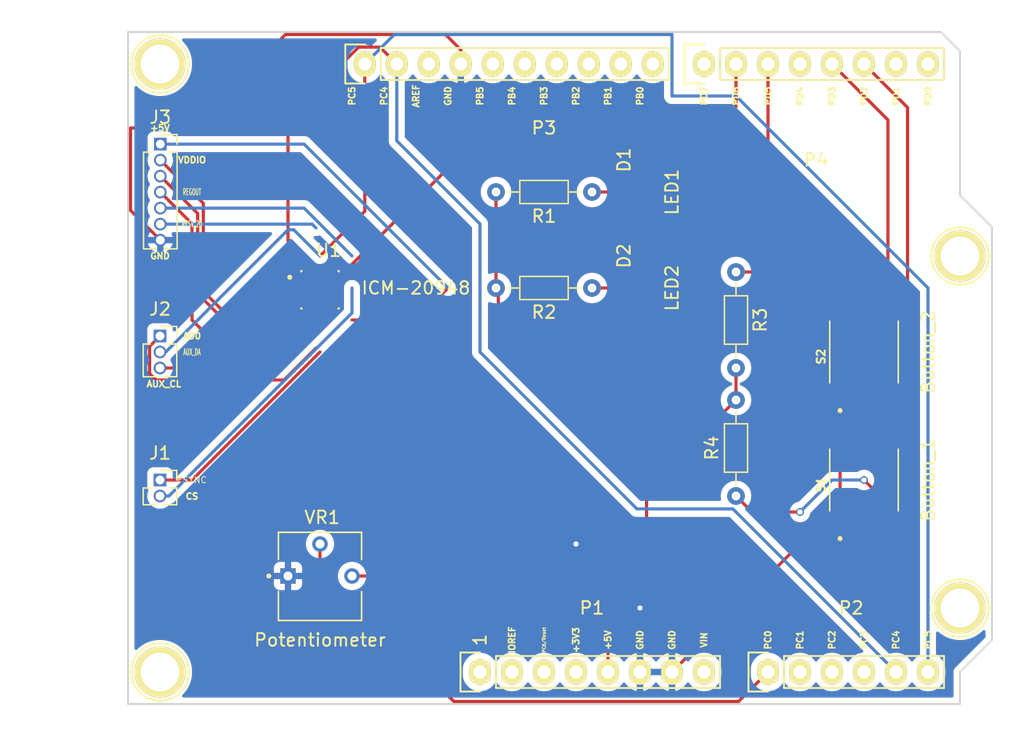
<source format=kicad_pcb>
(kicad_pcb (version 20211014) (generator pcbnew)
  (title_block (date "lun. 30 mars 2015"))
  (layers (0 "F.Cu" signal) (31 "B.Cu" signal) (34 "B.Paste" user) (35 "F.Paste" user) (36 "B.SilkS" user "B.Silkscreen") (37 "F.SilkS" user "F.Silkscreen") (38 "B.Mask" user) (39 "F.Mask" user) (44 "Edge.Cuts" user))
  (net 0 "")
  (net 1 "/IOREF")
  (net 2 "/Reset")
  (net 3 "+5V")
  (net 4 "GND")
  (net 5 "/Vin")
  (net 6 "/A0")
  (net 7 "/A1")
  (net 8 "/A2")
  (net 9 "/A3")
  (net 10 "/AREF")
  (net 11 "/A4(SDA)")
  (net 12 "/A5(SCL)")
  (net 13 "/9(**)")
  (net 14 "/8")
  (net 15 "/7")
  (net 16 "/6(**)")
  (net 17 "/5(**)")
  (net 18 "/4")
  (net 19 "/3(**)")
  (net 20 "/2")
  (net 21 "/1(Tx)")
  (net 22 "/0(Rx)")
  (net 23 "/13(SCK)")
  (net 24 "+3V3")
  (net 25 "/12(MISO)")
  (net 27 "/11(**{slash}MOSI)")
  (net 28 "/10(**{slash}SS)")
  (net 33 "Net-(D1-Pad2)")
  (net 34 "Net-(D2-Pad2)")
  (net 35 "Net-(J1-Pad1)")
  (net 36 "Net-(J1-Pad2)")
  (net 37 "Net-(J2-Pad1)")
  (net 38 "Net-(J2-Pad2)")
  (net 39 "Net-(J2-Pad3)")
  (net 40 "Net-(J3-Pad2)")
  (net 41 "Net-(J3-Pad3)")
  (net 42 "Net-(J3-Pad4)")
  (net 43 "Net-(J3-Pad5)")
  (net 44 "Net-(J3-Pad6)")
  (footprint "Socket_Arduino_Uno:Socket_Strip_Arduino_1x08" (layer "F.Cu") (at 138.938 123.825)
    (fp_text reference "P1" (at 8.89 -5.08) (layer "F.SilkS"))
    (fp_text value "Power")
    (fp_line (start 19.05 1.27) (end 19.05 -1.27) (layer "F.SilkS") (width 0.15))
    (fp_line (start 1.27 1.27) (end 19.05 1.27) (layer "F.SilkS") (width 0.15))
    (fp_line (start 19.05 -1.27) (end 1.27 -1.27) (layer "F.SilkS") (width 0.15))
    (fp_line (start 0 -1.55) (end -1.55 -1.55) (layer "F.SilkS") (width 0.15))
    (fp_line (start -1.55 -1.55) (end -1.55 1.55) (layer "F.SilkS") (width 0.15))
    (fp_line (start -1.55 1.55) (end 0 1.55) (layer "F.SilkS") (width 0.15))
    (fp_line (start 1.27 1.27) (end 1.27 -1.27) (layer "F.SilkS") (width 0.15))
    (pad "1" thru_hole oval locked (at 0 0) (size 1.7272 2.032) (drill 1.016) (layers *.Cu *.Mask "F.SilkS"))
    (pad "2" thru_hole oval locked (at 2.54 0) (size 1.7272 2.032) (drill 1.016) (layers *.Cu *.Mask "F.SilkS") (net 1 "/IOREF"))
    (pad "3" thru_hole oval locked (at 5.08 0) (size 1.7272 2.032) (drill 1.016) (layers *.Cu *.Mask "F.SilkS") (net 2 "/Reset"))
    (pad "4" thru_hole oval locked (at 7.62 0) (size 1.7272 2.032) (drill 1.016) (layers *.Cu *.Mask "F.SilkS") (net 24 "+3V3"))
    (pad "5" thru_hole oval locked (at 10.16 0) (size 1.7272 2.032) (drill 1.016) (layers *.Cu *.Mask "F.SilkS") (net 3 "+5V"))
    (pad "6" thru_hole oval locked (at 12.7 0) (size 1.7272 2.032) (drill 1.016) (layers *.Cu *.Mask "F.SilkS") (net 4 "GND"))
    (pad "7" thru_hole oval locked (at 15.24 0) (size 1.7272 2.032) (drill 1.016) (layers *.Cu *.Mask "F.SilkS") (net 4 "GND"))
    (pad "8" thru_hole oval locked (at 17.78 0) (size 1.7272 2.032) (drill 1.016) (layers *.Cu *.Mask "F.SilkS") (net 5 "/Vin"))
  )
  (footprint "Socket_Arduino_Uno:Socket_Strip_Arduino_1x06" (layer "F.Cu") (at 161.798 123.825)
    (fp_text reference "P2" (at 6.604 -5.08) (layer "F.SilkS"))
    (fp_text value "Analog")
    (fp_line (start 1.27 1.27) (end 1.27 -1.27) (layer "F.SilkS") (width 0.15))
    (fp_line (start 0 -1.55) (end -1.55 -1.55) (layer "F.SilkS") (width 0.15))
    (fp_line (start 13.97 -1.27) (end 1.27 -1.27) (layer "F.SilkS") (width 0.15))
    (fp_line (start 1.27 1.27) (end 13.97 1.27) (layer "F.SilkS") (width 0.15))
    (fp_line (start 13.97 1.27) (end 13.97 -1.27) (layer "F.SilkS") (width 0.15))
    (fp_line (start -1.55 -1.55) (end -1.55 1.55) (layer "F.SilkS") (width 0.15))
    (fp_line (start -1.55 1.55) (end 0 1.55) (layer "F.SilkS") (width 0.15))
    (pad "1" thru_hole oval locked (at 0 0) (size 1.7272 2.032) (drill 1.016) (layers *.Cu *.Mask "F.SilkS") (net 6 "/A0"))
    (pad "2" thru_hole oval locked (at 2.54 0) (size 1.7272 2.032) (drill 1.016) (layers *.Cu *.Mask "F.SilkS") (net 7 "/A1"))
    (pad "3" thru_hole oval locked (at 5.08 0) (size 1.7272 2.032) (drill 1.016) (layers *.Cu *.Mask "F.SilkS") (net 8 "/A2"))
    (pad "4" thru_hole oval locked (at 7.62 0) (size 1.7272 2.032) (drill 1.016) (layers *.Cu *.Mask "F.SilkS") (net 9 "/A3"))
    (pad "5" thru_hole oval locked (at 10.16 0) (size 1.7272 2.032) (drill 1.016) (layers *.Cu *.Mask "F.SilkS") (net 11 "/A4(SDA)"))
    (pad "6" thru_hole oval locked (at 12.7 0) (size 1.7272 2.032) (drill 1.016) (layers *.Cu *.Mask "F.SilkS") (net 12 "/A5(SCL)"))
  )
  (footprint "Socket_Arduino_Uno:Socket_Strip_Arduino_1x10" (layer "F.Cu") (at 129.794 75.565)
    (fp_text reference "P3" (at 14.224 5.08) (layer "F.SilkS"))
    (fp_text value "Digital")
    (fp_line (start -1.55 -1.55) (end -1.55 1.55) (layer "F.SilkS") (width 0.15))
    (fp_line (start 1.27 1.27) (end 24.13 1.27) (layer "F.SilkS") (width 0.15))
    (fp_line (start 24.13 1.27) (end 24.13 -1.27) (layer "F.SilkS") (width 0.15))
    (fp_line (start 24.13 -1.27) (end 1.27 -1.27) (layer "F.SilkS") (width 0.15))
    (fp_line (start 0 -1.55) (end -1.55 -1.55) (layer "F.SilkS") (width 0.15))
    (fp_line (start -1.55 1.55) (end 0 1.55) (layer "F.SilkS") (width 0.15))
    (fp_line (start 1.27 1.27) (end 1.27 -1.27) (layer "F.SilkS") (width 0.15))
    (pad "1" thru_hole oval locked (at 0 0) (size 1.7272 2.032) (drill 1.016) (layers *.Cu *.Mask "F.SilkS") (net 12 "/A5(SCL)"))
    (pad "2" thru_hole oval locked (at 2.54 0) (size 1.7272 2.032) (drill 1.016) (layers *.Cu *.Mask "F.SilkS") (net 11 "/A4(SDA)"))
    (pad "3" thru_hole oval locked (at 5.08 0) (size 1.7272 2.032) (drill 1.016) (layers *.Cu *.Mask "F.SilkS") (net 10 "/AREF"))
    (pad "4" thru_hole oval locked (at 7.62 0) (size 1.7272 2.032) (drill 1.016) (layers *.Cu *.Mask "F.SilkS") (net 4 "GND"))
    (pad "5" thru_hole oval locked (at 10.16 0) (size 1.7272 2.032) (drill 1.016) (layers *.Cu *.Mask "F.SilkS") (net 23 "/13(SCK)"))
    (pad "6" thru_hole oval locked (at 12.7 0) (size 1.7272 2.032) (drill 1.016) (layers *.Cu *.Mask "F.SilkS") (net 25 "/12(MISO)"))
    (pad "7" thru_hole oval locked (at 15.24 0) (size 1.7272 2.032) (drill 1.016) (layers *.Cu *.Mask "F.SilkS") (net 27 "/11(**{slash}MOSI)"))
    (pad "8" thru_hole oval locked (at 17.78 0) (size 1.7272 2.032) (drill 1.016) (layers *.Cu *.Mask "F.SilkS") (net 28 "/10(**{slash}SS)"))
    (pad "9" thru_hole oval locked (at 20.32 0) (size 1.7272 2.032) (drill 1.016) (layers *.Cu *.Mask "F.SilkS") (net 13 "/9(**)"))
    (pad "10" thru_hole oval locked (at 22.86 0) (size 1.7272 2.032) (drill 1.016) (layers *.Cu *.Mask "F.SilkS") (net 14 "/8"))
  )
  (footprint "Socket_Arduino_Uno:Socket_Strip_Arduino_1x08" (layer "F.Cu") (at 156.718 75.565)
    (fp_text reference "P4" (at 8.89 7.62) (layer "F.SilkS"))
    (fp_text value "Digital")
    (fp_line (start 19.05 -1.27) (end 1.27 -1.27) (layer "F.SilkS") (width 0.15))
    (fp_line (start -1.55 1.55) (end 0 1.55) (layer "F.SilkS") (width 0.15))
    (fp_line (start 1.27 1.27) (end 19.05 1.27) (layer "F.SilkS") (width 0.15))
    (fp_line (start 1.27 1.27) (end 1.27 -1.27) (layer "F.SilkS") (width 0.15))
    (fp_line (start 0 -1.55) (end -1.55 -1.55) (layer "F.SilkS") (width 0.15))
    (fp_line (start 19.05 1.27) (end 19.05 -1.27) (layer "F.SilkS") (width 0.15))
    (fp_line (start -1.55 -1.55) (end -1.55 1.55) (layer "F.SilkS") (width 0.15))
    (pad "1" thru_hole oval locked (at 0 0) (size 1.7272 2.032) (drill 1.016) (layers *.Cu *.Mask "F.SilkS") (net 15 "/7"))
    (pad "2" thru_hole oval locked (at 2.54 0) (size 1.7272 2.032) (drill 1.016) (layers *.Cu *.Mask "F.SilkS") (net 16 "/6(**)"))
    (pad "3" thru_hole oval locked (at 5.08 0) (size 1.7272 2.032) (drill 1.016) (layers *.Cu *.Mask "F.SilkS") (net 17 "/5(**)"))
    (pad "4" thru_hole oval locked (at 7.62 0) (size 1.7272 2.032) (drill 1.016) (layers *.Cu *.Mask "F.SilkS") (net 18 "/4"))
    (pad "5" thru_hole oval locked (at 10.16 0) (size 1.7272 2.032) (drill 1.016) (layers *.Cu *.Mask "F.SilkS") (net 19 "/3(**)"))
    (pad "6" thru_hole oval locked (at 12.7 0) (size 1.7272 2.032) (drill 1.016) (layers *.Cu *.Mask "F.SilkS") (net 20 "/2"))
    (pad "7" thru_hole oval locked (at 15.24 0) (size 1.7272 2.032) (drill 1.016) (layers *.Cu *.Mask "F.SilkS") (net 21 "/1(Tx)"))
    (pad "8" thru_hole oval locked (at 17.78 0) (size 1.7272 2.032) (drill 1.016) (layers *.Cu *.Mask "F.SilkS") (net 22 "/0(Rx)"))
  )
  (footprint "Socket_Arduino_Uno:Arduino_1pin" (layer "F.Cu") (at 113.538 123.825)
    (fp_text reference "P5" hide)
    (fp_text value "CONN_01X01" hide)
    (fp_circle (center 0 0) (end 0 -2.286) (layer "F.SilkS") (width 0.15) (fill none))
    (pad "1" thru_hole circle locked (at 0 0) (size 4.064 4.064) (drill 3.048) (layers *.Cu *.Mask "F.SilkS"))
  )
  (footprint "Socket_Arduino_Uno:Arduino_1pin" (layer "F.Cu") (at 177.038 118.745)
    (fp_text reference "P6" hide)
    (fp_text value "CONN_01X01" hide)
    (fp_circle (center 0 0) (end 0 -2.286) (layer "F.SilkS") (width 0.15) (fill none))
    (pad "1" thru_hole circle locked (at 0 0) (size 4.064 4.064) (drill 3.048) (layers *.Cu *.Mask "F.SilkS"))
  )
  (footprint "Socket_Arduino_Uno:Arduino_1pin" (layer "F.Cu") (at 113.538 75.565)
    (fp_text reference "P7" hide)
    (fp_text value "CONN_01X01" hide)
    (fp_circle (center 0 0) (end 0 -2.286) (layer "F.SilkS") (width 0.15) (fill none))
    (pad "1" thru_hole circle locked (at 0 0) (size 4.064 4.064) (drill 3.048) (layers *.Cu *.Mask "F.SilkS"))
  )
  (footprint "Socket_Arduino_Uno:Arduino_1pin" (layer "F.Cu") (at 177.038 90.805)
    (fp_text reference "P8" hide)
    (fp_text value "CONN_01X01" hide)
    (fp_circle (center 0 0) (end 0 -2.286) (layer "F.SilkS") (width 0.15) (fill none))
    (pad "1" thru_hole circle locked (at 0 0) (size 4.064 4.064) (drill 3.048) (layers *.Cu *.Mask "F.SilkS"))
  )
  (footprint "8-1437565-1:SW_8-1437565-1" (layer "F.Cu") (at 169.418 108.585 90)
    (fp_text reference "S1" (at -0.368 -3.4064 90) (layer "F.SilkS") (effects (font (size 0.64 0.64))))
    (fp_text value "push botton 2")
    (fp_line (start 2.45 -2.72) (end -2.45 -2.72) (layer "F.SilkS") (width 0.127))
    (fp_line (start 2.45 2.72) (end -2.45 2.72) (layer "F.SilkS") (width 0.127))
    (fp_circle (center -4.65 -1.9) (end -4.55 -1.9) (layer "F.SilkS") (width 0.2) (fill none))
    (pad "1" smd rect locked (at -3.15 -1.9 90) (size 1.7 1) (layers "F.Cu" "F.Paste" "F.Mask") (net 4 "GND"))
    (pad "2" smd rect locked (at 3.15 -1.9 90) (size 1.7 1) (layers "F.Cu" "F.Paste" "F.Mask") (net 4 "GND"))
    (pad "3" smd rect locked (at -3.15 1.9 90) (size 1.7 1) (layers "F.Cu" "F.Paste" "F.Mask") (net 20 "/2"))
    (pad "4" smd rect locked (at 3.15 1.9 90) (size 1.7 1) (layers "F.Cu" "F.Paste" "F.Mask") (net 20 "/2"))
  )
  (footprint "Resistor_THT:R_Axial_DIN0204_L3.6mm_D1.6mm_P7.62mm_Horizontal" (layer "F.Cu") (at 159.258 92.075 -90)
    (fp_text reference "R3" (at 3.81 -1.92 90) (layer "F.SilkS"))
    (fp_text value "resistor")
    (fp_line (start 0.94 0) (end 1.89 0) (layer "F.SilkS") (width 0.12))
    (fp_line (start 1.89 0.92) (end 5.73 0.92) (layer "F.SilkS") (width 0.12))
    (fp_line (start 1.89 -0.92) (end 1.89 0.92) (layer "F.SilkS") (width 0.12))
    (fp_line (start 5.73 -0.92) (end 1.89 -0.92) (layer "F.SilkS") (width 0.12))
    (fp_line (start 6.68 0) (end 5.73 0) (layer "F.SilkS") (width 0.12))
    (fp_line (start 5.73 0.92) (end 5.73 -0.92) (layer "F.SilkS") (width 0.12))
    (pad "1" thru_hole circle (at 0 0 270) (size 1.4 1.4) (drill 0.7) (layers *.Cu *.Mask) (net 19 "/3(**)"))
    (pad "2" thru_hole oval (at 7.62 0 270) (size 1.4 1.4) (drill 0.7) (layers *.Cu *.Mask) (net 3 "+5V"))
  )
  (footprint "Connector_PinSocket_1.27mm:PinSocket_1x07_P1.27mm_Vertical" (layer "F.Cu") (at 113.563 81.925)
    (fp_text reference "J3" (at 0 -2.135) (layer "F.SilkS"))
    (fp_text value "Conn_01x07_Female")
    (fp_line (start -1.33 0.635) (end -0.76 0.635) (layer "F.SilkS") (width 0.12))
    (fp_line (start 0 -0.76) (end 1.33 -0.76) (layer "F.SilkS") (width 0.12))
    (fp_line (start 1.33 0.635) (end 1.33 8.315) (layer "F.SilkS") (width 0.12))
    (fp_line (start -1.33 0.635) (end -1.33 8.315) (layer "F.SilkS") (width 0.12))
    (fp_line (start 0.30753 8.315) (end 1.33 8.315) (layer "F.SilkS") (width 0.12))
    (fp_line (start -1.33 8.315) (end -0.30753 8.315) (layer "F.SilkS") (width 0.12))
    (fp_line (start 1.33 -0.76) (end 1.33 0) (layer "F.SilkS") (width 0.12))
    (fp_line (start 0.76 0.635) (end 1.33 0.635) (layer "F.SilkS") (width 0.12))
    (pad "1" thru_hole rect (at 0 0) (size 1 1) (drill 0.7) (layers *.Cu *.Mask) (net 3 "+5V"))
    (pad "2" thru_hole oval (at 0 1.27) (size 1 1) (drill 0.7) (layers *.Cu *.Mask) (net 40 "Net-(J3-Pad2)"))
    (pad "3" thru_hole oval (at 0 2.54) (size 1 1) (drill 0.7) (layers *.Cu *.Mask) (net 41 "Net-(J3-Pad3)"))
    (pad "4" thru_hole oval (at 0 3.81) (size 1 1) (drill 0.7) (layers *.Cu *.Mask) (net 42 "Net-(J3-Pad4)"))
    (pad "5" thru_hole oval (at 0 5.08) (size 1 1) (drill 0.7) (layers *.Cu *.Mask) (net 43 "Net-(J3-Pad5)"))
    (pad "6" thru_hole oval (at 0 6.35) (size 1 1) (drill 0.7) (layers *.Cu *.Mask) (net 44 "Net-(J3-Pad6)"))
    (pad "7" thru_hole oval (at 0 7.62) (size 1 1) (drill 0.7) (layers *.Cu *.Mask) (net 4 "GND"))
  )
  (footprint "LTST-C191EKT:0603" (layer "F.Cu") (at 151.638 93.345 90)
    (fp_text reference "D2" (at 2.545158 -1.272582 90) (layer "F.SilkS") (effects (font (size 1.002031 1.002031))))
    (fp_text value "LTST-C191EKT")
    (pad "1" smd rect locked (at -0.85 0 90) (size 1.1 1) (layers "F.Cu" "F.Paste" "F.Mask") (net 17 "/5(**)"))
    (pad "2" smd rect locked (at 0.85 0 90) (size 1.1 1) (layers "F.Cu" "F.Paste" "F.Mask") (net 34 "Net-(D2-Pad2)"))
  )
  (footprint "3362P-1-103LF:TRIM_3362P-1-103LF" (layer "F.Cu") (at 126.238 116.205)
    (fp_text reference "VR1" (at 0.17547 -4.64779) (layer "F.SilkS") (effects (font (size 1.002756 1.002756))))
    (fp_text value "Potentiometer ")
    (fp_line (start 3.3 1.235) (end 3.3 3.52) (layer "F.SilkS") (width 0.127))
    (fp_line (start 3.3 3.53) (end -3.3 3.53) (layer "F.SilkS") (width 0.127))
    (fp_line (start 3.3 -3.47) (end 3.3 -1.305) (layer "F.SilkS") (width 0.127))
    (fp_line (start -3.3 3.52) (end -3.3 1.235) (layer "F.SilkS") (width 0.127))
    (fp_line (start -3.3 -3.47) (end 3.3 -3.47) (layer "F.SilkS") (width 0.127))
    (fp_line (start -3.3 -1.305) (end -3.3 -3.47) (layer "F.SilkS") (width 0.127))
    (fp_circle (center -4.064 0) (end -3.964 0) (layer "F.SilkS") (width 0.2) (fill none))
    (pad "1" thru_hole rect locked (at -2.54 0) (size 1.222 1.222) (drill 0.714) (layers *.Cu *.Mask) (net 4 "GND"))
    (pad "2" thru_hole circle locked (at 0 -2.54) (size 1.222 1.222) (drill 0.714) (layers *.Cu *.Mask) (net 6 "/A0"))
    (pad "3" thru_hole circle locked (at 2.54 0) (size 1.222 1.222) (drill 0.714) (layers *.Cu *.Mask) (net 3 "+5V"))
  )
  (footprint "Resistor_THT:R_Axial_DIN0204_L3.6mm_D1.6mm_P7.62mm_Horizontal" (layer "F.Cu") (at 147.828 85.725 180)
    (fp_text reference "R1" (at 3.81 -1.92) (layer "F.SilkS"))
    (fp_text value "resistor")
    (fp_line (start 1.89 -0.92) (end 1.89 0.92) (layer "F.SilkS") (width 0.12))
    (fp_line (start 5.73 0.92) (end 5.73 -0.92) (layer "F.SilkS") (width 0.12))
    (fp_line (start 6.68 0) (end 5.73 0) (layer "F.SilkS") (width 0.12))
    (fp_line (start 1.89 0.92) (end 5.73 0.92) (layer "F.SilkS") (width 0.12))
    (fp_line (start 5.73 -0.92) (end 1.89 -0.92) (layer "F.SilkS") (width 0.12))
    (fp_line (start 0.94 0) (end 1.89 0) (layer "F.SilkS") (width 0.12))
    (pad "1" thru_hole circle (at 0 0 180) (size 1.4 1.4) (drill 0.7) (layers *.Cu *.Mask) (net 33 "Net-(D1-Pad2)"))
    (pad "2" thru_hole oval (at 7.62 0 180) (size 1.4 1.4) (drill 0.7) (layers *.Cu *.Mask) (net 3 "+5V"))
  )
  (footprint "Connector_PinSocket_1.27mm:PinSocket_1x03_P1.27mm_Vertical" (layer "F.Cu") (at 113.538 97.155)
    (fp_text reference "J2" (at 0 -2.135) (layer "F.SilkS"))
    (fp_text value "Conn_01x03_Female")
    (fp_line (start 1.33 -0.76) (end 1.33 0) (layer "F.SilkS") (width 0.12))
    (fp_line (start 1.33 0.635) (end 1.33 3.235) (layer "F.SilkS") (width 0.12))
    (fp_line (start 0.76 0.635) (end 1.33 0.635) (layer "F.SilkS") (width 0.12))
    (fp_line (start -1.33 3.235) (end -0.30753 3.235) (layer "F.SilkS") (width 0.12))
    (fp_line (start -1.33 0.635) (end -0.76 0.635) (layer "F.SilkS") (width 0.12))
    (fp_line (start -1.33 0.635) (end -1.33 3.235) (layer "F.SilkS") (width 0.12))
    (fp_line (start 0.30753 3.235) (end 1.33 3.235) (layer "F.SilkS") (width 0.12))
    (fp_line (start 0 -0.76) (end 1.33 -0.76) (layer "F.SilkS") (width 0.12))
    (pad "1" thru_hole rect (at 0 0) (size 1 1) (drill 0.7) (layers *.Cu *.Mask) (net 37 "Net-(J2-Pad1)"))
    (pad "2" thru_hole oval (at 0 1.27) (size 1 1) (drill 0.7) (layers *.Cu *.Mask) (net 38 "Net-(J2-Pad2)"))
    (pad "3" thru_hole oval (at 0 2.54) (size 1 1) (drill 0.7) (layers *.Cu *.Mask) (net 39 "Net-(J2-Pad3)"))
  )
  (footprint "Resistor_THT:R_Axial_DIN0204_L3.6mm_D1.6mm_P7.62mm_Horizontal" (layer "F.Cu") (at 147.828 93.345 180)
    (fp_text reference "R2" (at 3.81 -1.92) (layer "F.SilkS"))
    (fp_text value "resistor")
    (fp_line (start 1.89 -0.92) (end 1.89 0.92) (layer "F.SilkS") (width 0.12))
    (fp_line (start 1.89 0.92) (end 5.73 0.92) (layer "F.SilkS") (width 0.12))
    (fp_line (start 5.73 -0.92) (end 1.89 -0.92) (layer "F.SilkS") (width 0.12))
    (fp_line (start 5.73 0.92) (end 5.73 -0.92) (layer "F.SilkS") (width 0.12))
    (fp_line (start 6.68 0) (end 5.73 0) (layer "F.SilkS") (width 0.12))
    (fp_line (start 0.94 0) (end 1.89 0) (layer "F.SilkS") (width 0.12))
    (pad "1" thru_hole circle (at 0 0 180) (size 1.4 1.4) (drill 0.7) (layers *.Cu *.Mask) (net 34 "Net-(D2-Pad2)"))
    (pad "2" thru_hole oval (at 7.62 0 180) (size 1.4 1.4) (drill 0.7) (layers *.Cu *.Mask) (net 3 "+5V"))
  )
  (footprint "LTST-C191EKT:0603" (layer "F.Cu") (at 151.638 85.725 90)
    (fp_text reference "D1" (at 2.545158 -1.272582 90) (layer "F.SilkS") (effects (font (size 1.002031 1.002031))))
    (fp_text value "LTST-C191EKT")
    (pad "1" smd rect locked (at -0.85 0 90) (size 1.1 1) (layers "F.Cu" "F.Paste" "F.Mask") (net 16 "/6(**)"))
    (pad "2" smd rect locked (at 0.85 0 90) (size 1.1 1) (layers "F.Cu" "F.Paste" "F.Mask") (net 33 "Net-(D1-Pad2)"))
  )
  (footprint "ICM-20948:QFN40P300X300X105-24N" (layer "F.Cu") (at 126.238 93.49)
    (fp_text reference "U1" (at 0.675 -3.135) (layer "F.SilkS"))
    (fp_text value "ICM-20948")
    (fp_line (start 1.43 1.5) (end 1.5 1.5) (layer "F.SilkS") (width 0.127))
    (fp_line (start 1.5 -1.43) (end 1.5 -1.5) (layer "F.SilkS") (width 0.127))
    (fp_line (start -1.43 -1.5) (end -1.5 -1.5) (layer "F.SilkS") (width 0.127))
    (fp_line (start 1.5 -1.5) (end 1.43 -1.5) (layer "F.SilkS") (width 0.127))
    (fp_line (start -1.5 -1.5) (end -1.5 -1.43) (layer "F.SilkS") (width 0.127))
    (fp_line (start -1.5 1.5) (end -1.43 1.5) (layer "F.SilkS") (width 0.127))
    (fp_line (start 1.5 1.5) (end 1.5 1.43) (layer "F.SilkS") (width 0.127))
    (fp_line (start -1.5 1.43) (end -1.5 1.5) (layer "F.SilkS") (width 0.127))
    (fp_circle (center -2.4 -1) (end -2.3 -1) (layer "F.SilkS") (width 0.2) (fill none))
    (pad "1" smd roundrect locked (at -1.545 -1) (size 0.64 0.22) (layers "F.Cu" "F.Paste" "F.Mask") (roundrect_rratio 0.03))
    (pad "2" smd roundrect locked (at -1.545 -0.6) (size 0.64 0.22) (layers "F.Cu" "F.Paste" "F.Mask") (roundrect_rratio 0.03))
    (pad "3" smd roundrect locked (at -1.545 -0.2) (size 0.64 0.22) (layers "F.Cu" "F.Paste" "F.Mask") (roundrect_rratio 0.03))
    (pad "4" smd roundrect locked (at -1.545 0.2) (size 0.64 0.22) (layers "F.Cu" "F.Paste" "F.Mask") (roundrect_rratio 0.03))
    (pad "5" smd roundrect locked (at -1.545 0.6) (size 0.64 0.22) (layers "F.Cu" "F.Paste" "F.Mask") (roundrect_rratio 0.03))
    (pad "6" smd roundrect locked (at -1.545 1) (size 0.64 0.22) (layers "F.Cu" "F.Paste" "F.Mask") (roundrect_rratio 0.03))
    (pad "7" smd roundrect locked (at -1 1.545 90) (size 0.64 0.22) (layers "F.Cu" "F.Paste" "F.Mask") (roundrect_rratio 0.03) (net 39 "Net-(J2-Pad3)"))
    (pad "8" smd roundrect locked (at -0.6 1.545 90) (size 0.64 0.22) (layers "F.Cu" "F.Paste" "F.Mask") (roundrect_rratio 0.03) (net 40 "Net-(J3-Pad2)"))
    (pad "9" smd roundrect locked (at -0.2 1.545 90) (size 0.64 0.22) (layers "F.Cu" "F.Paste" "F.Mask") (roundrect_rratio 0.03) (net 37 "Net-(J2-Pad1)"))
    (pad "10" smd roundrect locked (at 0.2 1.545 90) (size 0.64 0.22) (layers "F.Cu" "F.Paste" "F.Mask") (roundrect_rratio 0.03) (net 42 "Net-(J3-Pad4)"))
    (pad "11" smd roundrect locked (at 0.6 1.545 90) (size 0.64 0.22) (layers "F.Cu" "F.Paste" "F.Mask") (roundrect_rratio 0.03) (net 35 "Net-(J1-Pad1)"))
    (pad "12" smd roundrect locked (at 1 1.545 90) (size 0.64 0.22) (layers "F.Cu" "F.Paste" "F.Mask") (roundrect_rratio 0.03) (net 41 "Net-(J3-Pad3)"))
    (pad "13" smd roundrect locked (at 1.545 1 180) (size 0.64 0.22) (layers "F.Cu" "F.Paste" "F.Mask") (roundrect_rratio 0.03) (net 3 "+5V"))
    (pad "14" smd roundrect locked (at 1.545 0.6 180) (size 0.64 0.22) (layers "F.Cu" "F.Paste" "F.Mask") (roundrect_rratio 0.03))
    (pad "15" smd roundrect locked (at 1.545 0.2 180) (size 0.64 0.22) (layers "F.Cu" "F.Paste" "F.Mask") (roundrect_rratio 0.03))
    (pad "16" smd roundrect locked (at 1.545 -0.2 180) (size 0.64 0.22) (layers "F.Cu" "F.Paste" "F.Mask") (roundrect_rratio 0.03))
    (pad "17" smd roundrect locked (at 1.545 -0.6 180) (size 0.64 0.22) (layers "F.Cu" "F.Paste" "F.Mask") (roundrect_rratio 0.03))
    (pad "18" smd roundrect locked (at 1.545 -1 180) (size 0.64 0.22) (layers "F.Cu" "F.Paste" "F.Mask") (roundrect_rratio 0.03) (net 4 "GND"))
    (pad "19" smd roundrect locked (at 1 -1.545 270) (size 0.64 0.22) (layers "F.Cu" "F.Paste" "F.Mask") (roundrect_rratio 0.03) (net 43 "Net-(J3-Pad5)"))
    (pad "20" smd roundrect locked (at 0.6 -1.545 270) (size 0.64 0.22) (layers "F.Cu" "F.Paste" "F.Mask") (roundrect_rratio 0.03) (net 44 "Net-(J3-Pad6)"))
    (pad "21" smd roundrect locked (at 0.2 -1.545 270) (size 0.64 0.22) (layers "F.Cu" "F.Paste" "F.Mask") (roundrect_rratio 0.03) (net 38 "Net-(J2-Pad2)"))
    (pad "22" smd roundrect locked (at -0.2 -1.545 270) (size 0.64 0.22) (layers "F.Cu" "F.Paste" "F.Mask") (roundrect_rratio 0.03) (net 36 "Net-(J1-Pad2)"))
    (pad "23" smd roundrect locked (at -0.6 -1.545 270) (size 0.64 0.22) (layers "F.Cu" "F.Paste" "F.Mask") (roundrect_rratio 0.03) (net 12 "/A5(SCL)"))
    (pad "24" smd roundrect locked (at -1 -1.545 270) (size 0.64 0.22) (layers "F.Cu" "F.Paste" "F.Mask") (roundrect_rratio 0.03) (net 11 "/A4(SDA)"))
  )
  (footprint "Resistor_THT:R_Axial_DIN0204_L3.6mm_D1.6mm_P7.62mm_Horizontal" (layer "F.Cu") (at 159.258 109.855 90)
    (fp_text reference "R4" (at 3.81 -1.92 90) (layer "F.SilkS"))
    (fp_text value "resistor")
    (fp_line (start 0.94 0) (end 1.89 0) (layer "F.SilkS") (width 0.12))
    (fp_line (start 1.89 0.92) (end 5.73 0.92) (layer "F.SilkS") (width 0.12))
    (fp_line (start 1.89 -0.92) (end 1.89 0.92) (layer "F.SilkS") (width 0.12))
    (fp_line (start 6.68 0) (end 5.73 0) (layer "F.SilkS") (width 0.12))
    (fp_line (start 5.73 0.92) (end 5.73 -0.92) (layer "F.SilkS") (width 0.12))
    (fp_line (start 5.73 -0.92) (end 1.89 -0.92) (layer "F.SilkS") (width 0.12))
    (pad "1" thru_hole circle (at 0 0 90) (size 1.4 1.4) (drill 0.7) (layers *.Cu *.Mask) (net 20 "/2"))
    (pad "2" thru_hole oval (at 7.62 0 90) (size 1.4 1.4) (drill 0.7) (layers *.Cu *.Mask) (net 3 "+5V"))
  )
  (footprint "Connector_PinSocket_1.27mm:PinSocket_1x02_P1.27mm_Vertical" (layer "F.Cu") (at 113.538 108.585)
    (fp_text reference "J1" (at 0 -2.135) (layer "F.SilkS"))
    (fp_text value "Conn_01x02_Female")
    (fp_line (start 1.33 -0.76) (end 1.33 0) (layer "F.SilkS") (width 0.12))
    (fp_line (start -1.33 1.965) (end -0.30753 1.965) (layer "F.SilkS") (width 0.12))
    (fp_line (start 1.33 0.635) (end 1.33 1.965) (layer "F.SilkS") (width 0.12))
    (fp_line (start 0 -0.76) (end 1.33 -0.76) (layer "F.SilkS") (width 0.12))
    (fp_line (start 0.76 0.635) (end 1.33 0.635) (layer "F.SilkS") (width 0.12))
    (fp_line (start -1.33 0.635) (end -0.76 0.635) (layer "F.SilkS") (width 0.12))
    (fp_line (start 0.30753 1.965) (end 1.33 1.965) (layer "F.SilkS") (width 0.12))
    (fp_line (start -1.33 0.635) (end -1.33 1.965) (layer "F.SilkS") (width 0.12))
    (pad "1" thru_hole rect (at 0 0) (size 1 1) (drill 0.7) (layers *.Cu *.Mask) (net 35 "Net-(J1-Pad1)"))
    (pad "2" thru_hole oval (at 0 1.27) (size 1 1) (drill 0.7) (layers *.Cu *.Mask) (net 36 "Net-(J1-Pad2)"))
  )
  (footprint "8-1437565-1:SW_8-1437565-1" (layer "F.Cu") (at 169.418 98.425 90)
    (fp_text reference "S2" (at -0.368 -3.4064 90) (layer "F.SilkS") (effects (font (size 0.64 0.64))))
    (fp_text value "push button 1")
    (fp_line (start 2.45 2.72) (end -2.45 2.72) (layer "F.SilkS") (width 0.127))
    (fp_line (start 2.45 -2.72) (end -2.45 -2.72) (layer "F.SilkS") (width 0.127))
    (fp_circle (center -4.65 -1.9) (end -4.55 -1.9) (layer "F.SilkS") (width 0.2) (fill none))
    (pad "1" smd rect locked (at -3.15 -1.9 90) (size 1.7 1) (layers "F.Cu" "F.Paste" "F.Mask") (net 4 "GND"))
    (pad "2" smd rect locked (at 3.15 -1.9 90) (size 1.7 1) (layers "F.Cu" "F.Paste" "F.Mask") (net 4 "GND"))
    (pad "3" smd rect locked (at -3.15 1.9 90) (size 1.7 1) (layers "F.Cu" "F.Paste" "F.Mask") (net 19 "/3(**)"))
    (pad "4" smd rect locked (at 3.15 1.9 90) (size 1.7 1) (layers "F.Cu" "F.Paste" "F.Mask") (net 19 "/3(**)"))
  )
  (gr_line (start 179.578 88.519) (end 177.038 85.979) (layer "Edge.Cuts") (width 0.15))
  (gr_line (start 177.038 126.365) (end 177.038 123.825) (layer "Edge.Cuts") (width 0.15))
  (gr_line (start 177.038 74.549) (end 175.514 73.025) (layer "Edge.Cuts") (width 0.15))
  (gr_line (start 177.038 123.825) (end 179.578 121.285) (layer "Edge.Cuts") (width 0.15))
  (gr_line (start 110.998 73.025) (end 110.998 126.365) (layer "Edge.Cuts") (width 0.15))
  (gr_line (start 179.578 121.285) (end 179.578 88.519) (layer "Edge.Cuts") (width 0.15))
  (gr_line (start 110.998 126.365) (end 177.038 126.365) (layer "Edge.Cuts") (width 0.15))
  (gr_line (start 175.514 73.025) (end 110.998 73.025) (layer "Edge.Cuts") (width 0.15))
  (gr_line (start 177.038 85.979) (end 177.038 74.549) (layer "Edge.Cuts") (width 0.15))
  (gr_text "Button_2\n" (at 174.498 98.425 90) (layer "F.SilkS") (effects (font (size 1 1))))
  (gr_text "CS\n" (at 116.078 109.885) (layer "F.SilkS") (effects (font (size 0.5 0.5) (thickness 0.125))))
  (gr_text "PB4" (at 141.478 78.105 90) (layer "F.SilkS") (effects (font (size 0.5 0.5) (thickness 0.125))))
  (gr_text "PD7" (at 156.718 78.105 90) (layer "F.SilkS") (effects (font (size 0.5 0.5) (thickness 0.125))))
  (gr_text "+3V3" (at 146.558 121.285 90) (layer "F.SilkS") (effects (font (size 0.5 0.5) (thickness 0.125))))
  (gr_text "PB5" (at 138.938 78.105 90) (layer "F.SilkS") (effects (font (size 0.5 0.5) (thickness 0.125))))
  (gr_text "IOREF" (at 141.478 121.285 90) (layer "F.SilkS") (effects (font (size 0.5 0.5) (thickness 0.125))))
  (gr_text "AUX_CL\n" (at 113.84553 100.965) (layer "F.SilkS") (effects (font (size 0.5 0.5) (thickness 0.125))))
  (gr_text "+5V" (at 113.538 80.645) (layer "F.SilkS") (effects (font (size 0.5 0.5) (thickness 0.125))))
  (gr_text "PC5" (at 174.498 121.285 90) (layer "F.SilkS") (effects (font (size 0.5 0.5) (thickness 0.125))))
  (gr_text "AREF" (at 133.858 78.105 90) (layer "F.SilkS") (effects (font (size 0.5 0.5) (thickness 0.125))))
  (gr_text "PB2" (at 146.558 78.105 90) (layer "F.SilkS") (effects (font (size 0.5 0.5) (thickness 0.125))))
  (gr_text "Button_1" (at 174.498 108.585 -270) (layer "F.SilkS") (effects (font (size 1 1))))
  (gr_text "PC6/Reset" (at 144.018 121.285 90) (layer "F.SilkS") (effects (font (size 0.25 0.25) (thickness 0.0625))))
  (gr_text "PD0" (at 174.498 78.105 90) (layer "F.SilkS") (effects (font (size 0.5 0.5) (thickness 0.125))))
  (gr_text "PD5" (at 161.798 78.105 90) (layer "F.SilkS") (effects (font (size 0.5 0.5) (thickness 0.125))))
  (gr_text "AUX_DA\n" (at 116.078 98.425) (layer "F.SilkS") (effects (font (size 0.5 0.25) (thickness 0.0625))))
  (gr_text "PC2" (at 166.878 121.285 90) (layer "F.SilkS") (effects (font (size 0.5 0.5) (thickness 0.125))))
  (gr_text "GND" (at 154.178 121.285 90) (layer "F.SilkS") (effects (font (size 0.5 0.5) (thickness 0.125))))
  (gr_text "PD1" (at 171.958 78.105 90) (layer "F.SilkS") (effects (font (size 0.5 0.5) (thickness 0.125))))
  (gr_text "GND" (at 136.398 78.105 90) (layer "F.SilkS") (effects (font (size 0.5 0.5) (thickness 0.125))))
  (gr_text "VIN" (at 156.718 121.285 90) (layer "F.SilkS") (effects (font (size 0.5 0.5) (thickness 0.125))))
  (gr_text "PD4" (at 164.338 78.105 90) (layer "F.SilkS") (effects (font (size 0.5 0.5) (thickness 0.125))))
  (gr_text "PB1" (at 149.098 78.105 90) (layer "F.SilkS") (effects (font (size 0.5 0.5) (thickness 0.125))))
  (gr_text "LED2\n" (at 154.178 93.345 90) (layer "F.SilkS") (effects (font (size 1 1))))
  (gr_text "Potentiometer" (at 126.238 121.285) (layer "F.SilkS") (effects (font (size 1 1))))
  (gr_text "GND\n" (at 113.538 90.805) (layer "F.SilkS") (effects (font (size 0.5 0.5) (thickness 0.125))))
  (gr_text "PD3" (at 166.878 78.105 90) (layer "F.SilkS") (effects (font (size 0.5 0.5) (thickness 0.125))))
  (gr_text "PD6" (at 159.258 78.105 90) (layer "F.SilkS") (effects (font (size 0.5 0.5) (thickness 0.125))))
  (gr_text "PC4" (at 171.958 121.285 90) (layer "F.SilkS") (effects (font (size 0.5 0.5) (thickness 0.125))))
  (gr_text "FSYNC" (at 116.078 108.585) (layer "F.SilkS") (effects (font (size 0.5 0.5) (thickness 0.0625))))
  (gr_text "PC0" (at 161.798 121.285 90) (layer "F.SilkS") (effects (font (size 0.5 0.5) (thickness 0.125))))
  (gr_text "GND" (at 151.638 121.285 90) (layer "F.SilkS") (effects (font (size 0.5 0.5) (thickness 0.125))))
  (gr_text "PC3" (at 169.418 121.285 90) (layer "F.SilkS") (effects (font (size 0.5 0.5) (thickness 0.125))))
  (gr_text "REGOUT" (at 116.078 85.725) (layer "F.SilkS") (effects (font (size 0.5 0.25) (thickness 0.0625))))
  (gr_text "VDDIO\n" (at 116.078 83.185) (layer "F.SilkS") (effects (font (size 0.5 0.5) (thickness 0.125))))
  (gr_text "AD0\n" (at 116.078 97.155) (layer "F.SilkS") (effects (font (size 0.5 0.5) (thickness 0.125))))
  (gr_text "PC5" (at 128.778 78.105 90) (layer "F.SilkS") (effects (font (size 0.5 0.5) (thickness 0.125))))
  (gr_text "RESV_20\n" (at 116.078 88.265) (layer "F.SilkS") (effects (font (size 0.5 0.25) (thickness 0.0625))))
  (gr_text "PC4" (at 131.318 78.105 90) (layer "F.SilkS") (effects (font (size 0.5 0.5) (thickness 0.125))))
  (gr_text "1" (at 138.938 121.285 90) (layer "F.SilkS") (effects (font (size 1 1))))
  (gr_text "PD2" (at 169.418 78.105 90) (layer "F.SilkS") (effects (font (size 0.5 0.5) (thickness 0.125))))
  (gr_text "PC1" (at 164.338 121.285 90) (layer "F.SilkS") (effects (font (size 0.5 0.5) (thickness 0.125))))
  (gr_text "PB0" (at 151.638 78.105 90) (layer "F.SilkS") (effects (font (size 0.5 0.5) (thickness 0.125))))
  (gr_text "ICM-20948" (at 133.858 93.345) (layer "F.SilkS") (effects (font (size 1 1))))
  (gr_text "+5V" (at 149.098 121.285 90) (layer "F.SilkS") (effects (font (size 0.5 0.5) (thickness 0.125))))
  (gr_text "PB3" (at 144.018 78.105 90) (layer "F.SilkS") (effects (font (size 0.5 0.5) (thickness 0.125))))
  (gr_text "LED1\n" (at 154.178 85.725 90) (layer "F.SilkS") (effects (font (size 1 1))))
  (segment (start 152.1605 109.3325) (end 152.1605 114.1875) (width 0.25) (layer "F.Cu") (net 3))
  (segment (start 128.778 116.205) (end 149.098 116.205) (width 0.25) (layer "F.Cu") (net 3))
  (segment (start 149.098 117.25) (end 149.098 123.825) (width 0.25) (layer "F.Cu") (net 3))
  (segment (start 159.258 102.235) (end 152.273 109.22) (width 0.25) (layer "F.Cu") (net 3))
  (segment (start 152.1605 114.1875) (end 149.098 117.25) (width 0.25) (layer "F.Cu") (net 3))
  (segment (start 152.1605 114.1875) (end 133.858 95.885) (width 0.25) (layer "F.Cu") (net 3))
  (segment (start 149.098 116.205) (end 149.098 117.25) (width 0.25) (layer "F.Cu") (net 3))
  (segment (start 140.394197 97.341197) (end 140.394197 93.79452) (width 0.25) (layer "F.Cu") (net 3))
  (segment (start 133.858 95.885) (end 128.778 95.885) (width 0.25) (layer "F.Cu") (net 3))
  (segment (start 133.858 95.885) (end 136.398 93.345) (width 0.25) (layer "F.Cu") (net 3))
  (segment (start 152.273 109.22) (end 140.394197 97.341197) (width 0.25) (layer "F.Cu") (net 3))
  (segment (start 140.208 85.725) (end 140.208 93.345) (width 0.25) (layer "F.Cu") (net 3))
  (segment (start 140.394197 93.79452) (end 140.525859 93.662858) (width 0.25) (layer "F.Cu") (net 3))
  (segment (start 152.273 109.22) (end 152.1605 109.3325) (width 0.25) (layer "F.Cu") (net 3))
  (segment (start 159.258 99.695) (end 159.258 102.235) (width 0.25) (layer "F.Cu") (net 3))
  (segment (start 113.563 81.925) (end 124.978 81.925) (width 0.25) (layer "B.Cu") (net 3))
  (segment (start 124.978 81.925) (end 136.398 93.345) (width 0.25) (layer "B.Cu") (net 3))
  (segment (start 113.563 89.545) (end 111.19752 87.17952) (width 0.25) (layer "F.Cu") (net 4))
  (segment (start 133.858 111.125) (end 144.018 111.125) (width 0.25) (layer "F.Cu") (net 4))
  (segment (start 123.698 116.205) (end 123.698 111.125) (width 0.25) (layer "F.Cu") (net 4))
  (segment (start 137.414 75.565) (end 137.414 82.82448) (width 0.25) (layer "F.Cu") (net 4))
  (segment (start 167.518 101.575) (end 167.518 105.435) (width 0.25) (layer "F.Cu") (net 4))
  (segment (start 123.49848 73.22452) (end 136.19848 73.22452) (width 0.25) (layer "F.Cu") (net 4))
  (segment (start 167.518 105.435) (end 167.518 111.735) (width 0.25) (layer "F.Cu") (net 4))
  (segment (start 111.19752 80.645) (end 116.078 80.645) (width 0.25) (layer "F.Cu") (net 4))
  (segment (start 167.518 111.735) (end 166.268 111.735) (width 0.25) (layer "F.Cu") (net 4))
  (segment (start 166.268 111.735) (end 154.178 123.825) (width 0.25) (layer "F.Cu") (net 4))
  (segment (start 123.698 111.125) (end 133.858 111.125) (width 0.25) (layer "F.Cu") (net 4))
  (segment (start 116.078 80.645) (end 123.49848 73.22452) (width 0.25) (layer "F.Cu") (net 4))
  (segment (start 144.018 111.125) (end 146.558 113.665) (width 0.25) (layer "F.Cu") (net 4))
  (segment (start 167.518 95.275) (end 167.518 101.575) (width 0.25) (layer "F.Cu") (net 4))
  (segment (start 137.414 82.82448) (end 127.783 92.45548) (width 0.25) (layer "F.Cu") (net 4))
  (segment (start 151.638 123.825) (end 151.638 118.745) (width 0.25) (layer "F.Cu") (net 4))
  (segment (start 136.19848 73.22452) (end 137.414 74.44004) (width 0.25) (layer "F.Cu") (net 4))
  (segment (start 111.19752 87.17952) (end 111.19752 80.645) (width 0.25) (layer "F.Cu") (net 4))
  (segment (start 137.414 74.44004) (end 137.414 75.565) (width 0.25) (layer "F.Cu") (net 4))
  (via (at 146.558 113.665) (size 0.6) (drill 0.4) (layers "F.Cu" "B.Cu") (net 4))
  (via (at 151.638 118.745) (size 0.6) (drill 0.4) (layers "F.Cu" "B.Cu") (net 4))
  (via (at 146.558 113.665) (size 0.6) (drill 0.4) (layers "F.Cu" "B.Cu") (net 4))
  (segment (start 146.558 113.665) (end 151.638 118.745) (width 0.25) (layer "B.Cu") (net 4))
  (segment (start 159.45752 126.16548) (end 161.798 123.825) (width 0.25) (layer "F.Cu") (net 6))
  (segment (start 126.238 115.536022) (end 136.867458 126.16548) (width 0.25) (layer "F.Cu") (net 6))
  (segment (start 136.867458 126.16548) (end 159.45752 126.16548) (width 0.25) (layer "F.Cu") (net 6))
  (segment (start 126.238 113.665) (end 126.238 115.536022) (width 0.25) (layer "F.Cu") (net 6))
  (segment (start 129.301865 74.22448) (end 123.698 79.828345) (width 0.25) (layer "F.Cu") (net 11))
  (segment (start 123.698 79.828345) (end 123.698 90.805) (width 0.25) (layer "F.Cu") (net 11))
  (segment (start 130.99348 74.22448) (end 129.301865 74.22448) (width 0.25) (layer "F.Cu") (net 11))
  (segment (start 132.334 75.565) (end 130.99348 74.22448) (width 0.25) (layer "F.Cu") (net 11))
  (segment (start 171.958 123.825) (end 159.012511 110.879511) (width 0.25) (layer "B.Cu") (net 11))
  (segment (start 159.012511 110.879511) (end 151.392511 110.879511) (width 0.25) (layer "B.Cu") (net 11))
  (segment (start 132.334 81.661) (end 132.334 75.565) (width 0.25) (layer "B.Cu") (net 11))
  (segment (start 138.938 88.265) (end 132.334 81.661) (width 0.25) (layer "B.Cu") (net 11))
  (segment (start 151.392511 110.879511) (end 138.938 98.425) (width 0.25) (layer "B.Cu") (net 11))
  (segment (start 138.938 98.425) (end 138.938 88.265) (width 0.25) (layer "B.Cu") (net 11))
  (segment (start 129.794 87.249) (end 126.238 90.805) (width 0.25) (layer "F.Cu") (net 12))
  (segment (start 129.794 75.565) (end 129.794 87.249) (width 0.25) (layer "F.Cu") (net 12))
  (segment (start 154.178 73.22452) (end 132.13448 73.22452) (width 0.25) (layer "B.Cu") (net 12))
  (segment (start 174.498 123.825) (end 174.498 93.345) (width 0.25) (layer "B.Cu") (net 12))
  (segment (start 154.178 78.105) (end 154.178 73.22452) (width 0.25) (layer "B.Cu") (net 12))
  (segment (start 159.258 78.105) (end 154.178 78.105) (width 0.25) (layer "B.Cu") (net 12))
  (segment (start 174.498 93.345) (end 159.258 78.105) (width 0.25) (layer "B.Cu") (net 12))
  (segment (start 132.13448 73.22452) (end 129.794 75.565) (width 0.25) (layer "B.Cu") (net 12))
  (segment (start 159.258 78.955) (end 159.258 75.565) (width 0.25) (layer "F.Cu") (net 16))
  (segment (start 151.638 86.575) (end 159.258 78.955) (width 0.25) (layer "F.Cu") (net 16))
  (segment (start 151.638 94.195) (end 161.798 84.035) (width 0.25) (layer "F.Cu") (net 17))
  (segment (start 161.798 84.035) (end 161.798 75.565) (width 0.25) (layer "F.Cu") (net 17))
  (segment (start 171.318 101.575) (end 171.318 95.275) (width 0.25) (layer "F.Cu") (net 19))
  (segment (start 168.118 92.075) (end 171.318 95.275) (width 0.25) (layer "F.Cu") (net 19))
  (segment (start 171.318 80.005) (end 166.878 75.565) (width 0.25) (layer "F.Cu") (net 19))
  (segment (start 171.318 95.275) (end 171.318 80.005) (width 0.25) (layer "F.Cu") (net 19))
  (segment (start 159.258 92.075) (end 168.118 92.075) (width 0.25) (layer "F.Cu") (net 19))
  (segment (start 159.258 109.855) (end 160.528 111.125) (width 0.25) (layer "F.Cu") (net 20))
  (segment (start 172.874328 79.021328) (end 169.418 75.565) (width 0.25) (layer "F.Cu") (net 20))
  (segment (start 171.318 105.435) (end 172.874328 103.878672) (width 0.25) (layer "F.Cu") (net 20))
  (segment (start 171.318 110.485) (end 171.318 111.735) (width 0.25) (layer "F.Cu") (net 20))
  (segment (start 171.318 111.735) (end 171.318 105.435) (width 0.25) (layer "F.Cu") (net 20))
  (segment (start 160.528 111.125) (end 164.338 111.125) (width 0.25) (layer "F.Cu") (net 20))
  (segment (start 172.874328 103.878672) (end 172.874328 79.021328) (width 0.25) (layer "F.Cu") (net 20))
  (segment (start 169.418 108.585) (end 171.318 110.485) (width 0.25) (layer "F.Cu") (net 20))
  (via (at 169.418 108.585) (size 0.6) (drill 0.4) (layers "F.Cu" "B.Cu") (net 20))
  (via (at 164.338 111.125) (size 0.6) (drill 0.4) (layers "F.Cu" "B.Cu") (net 20))
  (via (at 164.338 111.125) (size 0.6) (drill 0.4) (layers "F.Cu" "B.Cu") (net 20))
  (via (at 164.338 111.125) (size 0.6) (drill 0.4) (layers "F.Cu" "B.Cu") (net 20))
  (via (at 169.418 108.585) (size 0.6) (drill 0.4) (layers "F.Cu" "B.Cu") (net 20))
  (segment (start 166.878 108.585) (end 169.418 108.585) (width 0.25) (layer "B.Cu") (net 20))
  (segment (start 164.338 111.125) (end 166.878 108.585) (width 0.25) (layer "B.Cu") (net 20))
  (segment (start 147.828 85.725) (end 150.788 85.725) (width 0.25) (layer "F.Cu") (net 33))
  (segment (start 150.788 85.725) (end 151.638 84.875) (width 0.25) (layer "F.Cu") (net 33))
  (segment (start 147.828 93.345) (end 150.788 93.345) (width 0.25) (layer "F.Cu") (net 34))
  (segment (start 150.788 93.345) (end 151.638 92.495) (width 0.25) (layer "F.Cu") (net 34))
  (segment (start 116.078 108.585) (end 126.238 98.425) (width 0.25) (layer "F.Cu") (net 35))
  (segment (start 113.538 108.585) (end 116.078 108.585) (width 0.25) (layer "F.Cu") (net 35))
  (segment (start 128.778 95.322106) (end 128.778 93.345) (width 0.25) (layer "B.Cu") (net 36))
  (segment (start 113.538 109.855) (end 114.245106 109.855) (width 0.25) (layer "B.Cu") (net 36))
  (segment (start 114.245106 109.855) (end 128.778 95.322106) (width 0.25) (layer "B.Cu") (net 36))
  (segment (start 113.538 97.155) (end 112.713489 97.979511) (width 0.25) (layer "F.Cu") (net 37))
  (segment (start 113.220141 100.647141) (end 123.380141 100.647141) (width 0.25) (layer "F.Cu") (net 37))
  (segment (start 123.380141 100.647141) (end 125.920141 98.107141) (width 0.25) (layer "F.Cu") (net 37))
  (segment (start 112.713489 97.979511) (end 112.713489 100.140489) (width 0.25) (layer "F.Cu") (net 37))
  (segment (start 112.713489 100.140489) (end 113.220141 100.647141) (width 0.25) (layer "F.Cu") (net 37))
  (segment (start 113.538 98.425) (end 113.99752 98.425) (width 0.25) (layer "B.Cu") (net 38))
  (segment (start 113.99752 98.425) (end 123.698 88.72452) (width 0.25) (layer "B.Cu") (net 38))
  (segment (start 124.15752 88.72452) (end 126.238 90.805) (width 0.25) (layer "B.Cu") (net 38))
  (segment (start 123.698 88.72452) (end 124.15752 88.72452) (width 0.25) (layer "B.Cu") (net 38))
  (segment (start 113.538 99.695) (end 119.888 99.695) (width 0.25) (layer "F.Cu") (net 39))
  (segment (start 119.888 99.695) (end 121.158 98.425) (width 0.25) (layer "F.Cu") (net 39))
  (segment (start 113.563 83.195) (end 116.078 85.71) (width 0.25) (layer "F.Cu") (net 40))
  (segment (start 116.078 85.725) (end 116.97704 86.62404) (width 0.25) (layer "F.Cu") (net 40))
  (segment (start 119.253718 95.885) (end 121.158 95.885) (width 0.25) (layer "F.Cu") (net 40))
  (segment (start 116.97704 93.608322) (end 119.253718 95.885) (width 0.25) (layer "F.Cu") (net 40))
  (segment (start 116.97704 86.62404) (end 116.97704 93.608322) (width 0.25) (layer "F.Cu") (net 40))
  (segment (start 116.078 85.71) (end 116.078 85.725) (width 0.25) (layer "F.Cu") (net 40))
  (segment (start 118.618 95.885) (end 120.522282 97.789283) (width 0.25) (layer "F.Cu") (net 41))
  (segment (start 113.563 84.465) (end 116.52752 87.42952) (width 0.25) (layer "F.Cu") (net 41))
  (segment (start 116.52752 90.805) (end 116.52752 93.79452) (width 0.25) (layer "F.Cu") (net 41))
  (segment (start 116.52752 87.42952) (end 116.52752 90.805) (width 0.25) (layer "F.Cu") (net 41))
  (segment (start 116.52752 93.79452) (end 118.618 95.885) (width 0.25) (layer "F.Cu") (net 41))
  (segment (start 113.563 85.735) (end 116.078 88.25) (width 0.25) (layer "F.Cu") (net 42))
  (segment (start 116.078 95.885) (end 118.618 98.425) (width 0.25) (layer "F.Cu") (net 42))
  (segment (start 116.078 88.25) (end 116.078 95.885) (width 0.25) (layer "F.Cu") (net 42))
  (segment (start 123.24848 97.97548) (end 123.698 98.425) (width 0.25) (layer "F.Cu") (net 42))
  (segment (start 120.840141 98.107141) (end 120.971802 97.97548) (width 0.25) (layer "F.Cu") (net 42))
  (segment (start 120.522282 98.425) (end 120.840141 98.107141) (width 0.25) (layer "F.Cu") (net 42))
  (segment (start 118.618 98.425) (end 120.522282 98.425) (width 0.25) (layer "F.Cu") (net 42))
  (segment (start 120.971802 97.97548) (end 123.24848 97.97548) (width 0.25) (layer "F.Cu") (net 42))
  (segment (start 124.978 87.005) (end 128.778 90.805) (width 0.25) (layer "B.Cu") (net 43))
  (segment (start 113.563 87.005) (end 124.978 87.005) (width 0.25) (layer "B.Cu") (net 43))
  (segment (start 113.563 88.275) (end 125.612282 88.275) (width 0.25) (layer "B.Cu") (net 44))
  (segment (start 125.612282 88.275) (end 125.920141 88.582859) (width 0.25) (layer "B.Cu") (net 44))
  (zone (net 4) (net_name "GND") (layer "B.Cu") (connect_pads (clearance 0.508)) (min_thickness 0.254) (fill yes (thermal_gap 0.508) (thermal_bridge_width 0.508))
    (polygon (pts (xy 182.118 128.905) (xy 100.838 128.905) (xy 103.378 70.485) (xy 182.118 70.485)))
  )
)
</source>
